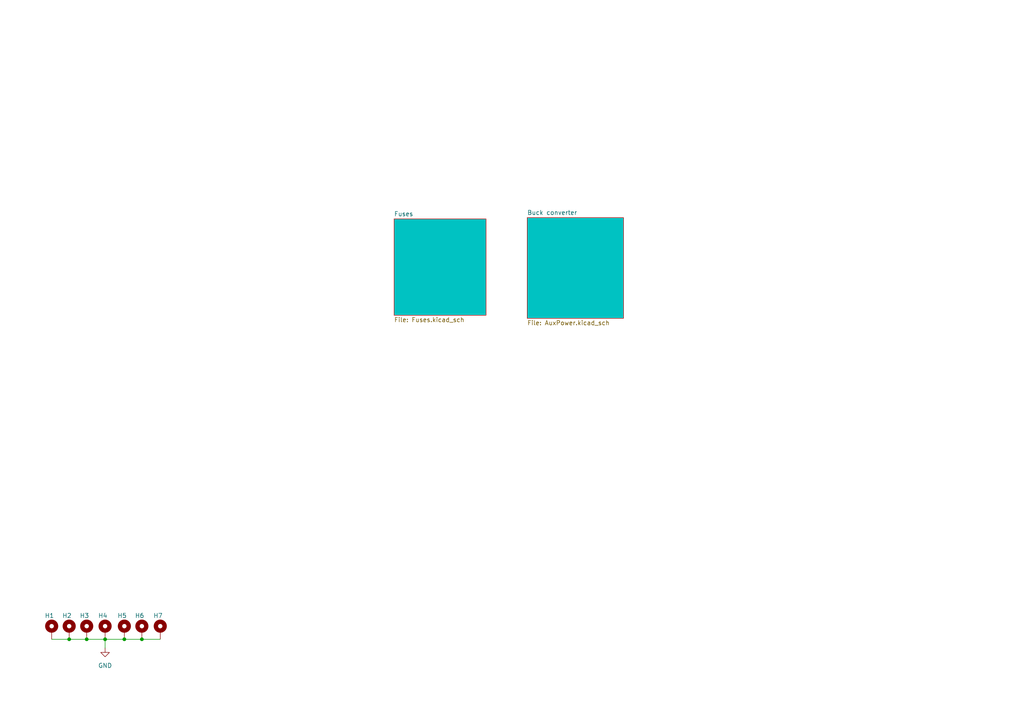
<source format=kicad_sch>
(kicad_sch (version 20211123) (generator eeschema)
  (paper "A4")
  (lib_symbols
    (symbol "Mechanical:MountingHole_Pad" (pin_numbers hide) (pin_names (offset 1.016) hide)
      (property "Reference" "H" (at 0 6.35 0))
      (property "Value" "MountingHole_Pad" (at 0 4.445 0))
      (symbol "MountingHole_Pad_0_1"
        (circle (center 0 1.27) (radius 1.27) (stroke (width 1.27)))
      )
      (symbol "MountingHole_Pad_1_1"
        (pin input line (at 0 -2.54 90) (length 2.54) (name "1") (number "1"))
      )
    )
    (symbol "power:GND" (power) (pin_names (offset 0))
      (property "Value" "GND" (at 0 -3.81 0))
      (symbol "GND_0_1"
        (polyline (pts (xy 0 0) (xy 0 -1.27) (xy 1.27 -1.27) (xy 0 -2.54) (xy -1.27 -1.27) (xy 0 -1.27)))
      )
      (symbol "GND_1_1"
        (pin power_in line (at 0 0 270) (length 0) hide (name "GND") (number "1"))
      )
    )
  )
  (junction (at 30.48 185.42))
  (junction (at 41.148 185.42))
  (junction (at 20.066 185.42))
  (junction (at 25.146 185.42))
  (junction (at 36.068 185.42))
  (wire (pts (xy 41.148 185.42) (xy 46.482 185.42)))
  (wire (pts (xy 30.48 185.42) (xy 30.48 187.96)))
  (wire (pts (xy 25.146 185.42) (xy 20.066 185.42)))
  (wire (pts (xy 20.066 185.42) (xy 14.986 185.42)))
  (wire (pts (xy 30.48 185.42) (xy 36.068 185.42)))
  (wire (pts (xy 36.068 185.42) (xy 41.148 185.42)))
  (wire (pts (xy 30.48 185.42) (xy 25.146 185.42)))
  (symbol (lib_id "Mechanical:MountingHole_Pad") (at 25.146 182.88 0) (unit 1)
    (property "Reference" "H3" (at 23.114 178.562 0) (effects (justify left)))
    (property "Value" "MountingHole_Pad" (effects hide))
    (property "Footprint" "MountingHole:MountingHole_3.2mm_M3_DIN965_Pad" (effects hide))
  )
  (symbol (lib_id "Mechanical:MountingHole_Pad") (at 14.986 182.88 0) (unit 1)
    (property "Reference" "H1" (at 12.954 178.562 0) (effects (justify left)))
    (property "Value" "MountingHole_Pad" (effects hide))
    (property "Footprint" "MountingHole:MountingHole_3.2mm_M3_DIN965_Pad" (effects hide))
  )
  (symbol (lib_id "Mechanical:MountingHole_Pad") (at 20.066 182.88 0) (unit 1)
    (property "Reference" "H2" (at 18.034 178.562 0) (effects (justify left)))
    (property "Value" "MountingHole_Pad" (effects hide))
    (property "Footprint" "MountingHole:MountingHole_3.2mm_M3_DIN965_Pad" (effects hide))
  )
  (symbol (lib_id "Mechanical:MountingHole_Pad") (at 30.48 182.88 0) (unit 1)
    (property "Reference" "H4" (at 28.448 178.562 0) (effects (justify left)))
    (property "Value" "MountingHole_Pad" (effects hide))
    (property "Footprint" "MountingHole:MountingHole_3.2mm_M3_DIN965_Pad" (effects hide))
  )
  (symbol (lib_id "Mechanical:MountingHole_Pad") (at 36.068 182.88 0) (unit 1)
    (property "Reference" "H5" (at 34.036 178.562 0) (effects (justify left)))
    (property "Value" "MountingHole_Pad" (effects hide))
    (property "Footprint" "MountingHole:MountingHole_3.2mm_M3_DIN965_Pad" (effects hide))
  )
  (symbol (lib_id "power:GND") (at 30.48 187.96 0) (unit 1)
    (property "Reference" "#PWR01" (effects hide))
    (property "Value" "GND" (at 30.48 193.04 0))
  )
  (symbol (lib_id "Mechanical:MountingHole_Pad") (at 46.482 182.88 0) (unit 1)
    (property "Reference" "H7" (at 44.45 178.562 0) (effects (justify left)))
    (property "Value" "MountingHole_Pad" (effects hide))
    (property "Footprint" "MountingHole:MountingHole_3.2mm_M3_DIN965_Pad" (effects hide))
  )
  (symbol (lib_id "Mechanical:MountingHole_Pad") (at 41.148 182.88 0) (unit 1)
    (property "Reference" "H6" (at 39.116 178.562 0) (effects (justify left)))
    (property "Value" "MountingHole_Pad" (effects hide))
    (property "Footprint" "MountingHole:MountingHole_3.2mm_M3_DIN965_Pad" (effects hide))
  )
  (sheet (at 114.3 63.5) (size 26.67 27.94) (stroke (width 0.1524) (color 194 0 0 1)) (fill (color 0 194 194 1.0000))
    (property "Sheet name" "Fuses" (at 114.3 62.7884 0) (effects (justify left bottom)))
    (property "Sheet file" "Fuses.kicad_sch" (at 114.3 92.0246 0) (effects (justify left top)))
  )
  (sheet (at 152.908 63.119) (size 27.94 29.21) (stroke (width 0.1524) (color 194 0 0 1)) (fill (color 0 194 194 1.0000))
    (property "Sheet name" "Buck converter" (at 152.908 62.4074 0) (effects (justify left bottom)))
    (property "Sheet file" "AuxPower.kicad_sch" (at 152.908 92.9136 0) (effects (justify left top)))
  )
)
</source>
